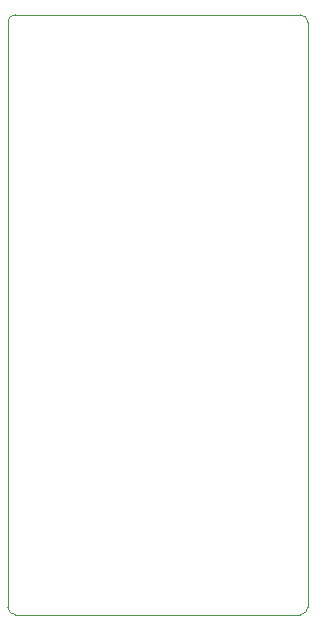
<source format=gbr>
G04 #@! TF.GenerationSoftware,KiCad,Pcbnew,5.99.0-unknown-8bd2765~86~ubuntu18.04.1*
G04 #@! TF.CreationDate,2019-12-15T18:04:07+00:00*
G04 #@! TF.ProjectId,ATF1502AS-EVB,41544631-3530-4324-9153-2d4556422e6b,rev?*
G04 #@! TF.SameCoordinates,Original*
G04 #@! TF.FileFunction,Profile,NP*
%FSLAX46Y46*%
G04 Gerber Fmt 4.6, Leading zero omitted, Abs format (unit mm)*
G04 Created by KiCad (PCBNEW 5.99.0-unknown-8bd2765~86~ubuntu18.04.1) date 2019-12-15 18:04:07*
%MOMM*%
%LPD*%
G04 APERTURE LIST*
%ADD10C,0.050000*%
G04 APERTURE END LIST*
D10*
X49530000Y-50165000D02*
G75*
G02X50165000Y-49530000I635000J0D01*
G01*
X50165000Y-100330000D02*
G75*
G02X49530000Y-99695000I0J635000D01*
G01*
X74930000Y-99695000D02*
G75*
G02X74295000Y-100330000I-635000J0D01*
G01*
X74295000Y-49530000D02*
G75*
G02X74930000Y-50165000I0J-635000D01*
G01*
X49530000Y-99695000D02*
X49530000Y-50165000D01*
X74295000Y-100330000D02*
X50165000Y-100330000D01*
X74930000Y-50165000D02*
X74930000Y-99695000D01*
X50165000Y-49530000D02*
X74295000Y-49530000D01*
M02*

</source>
